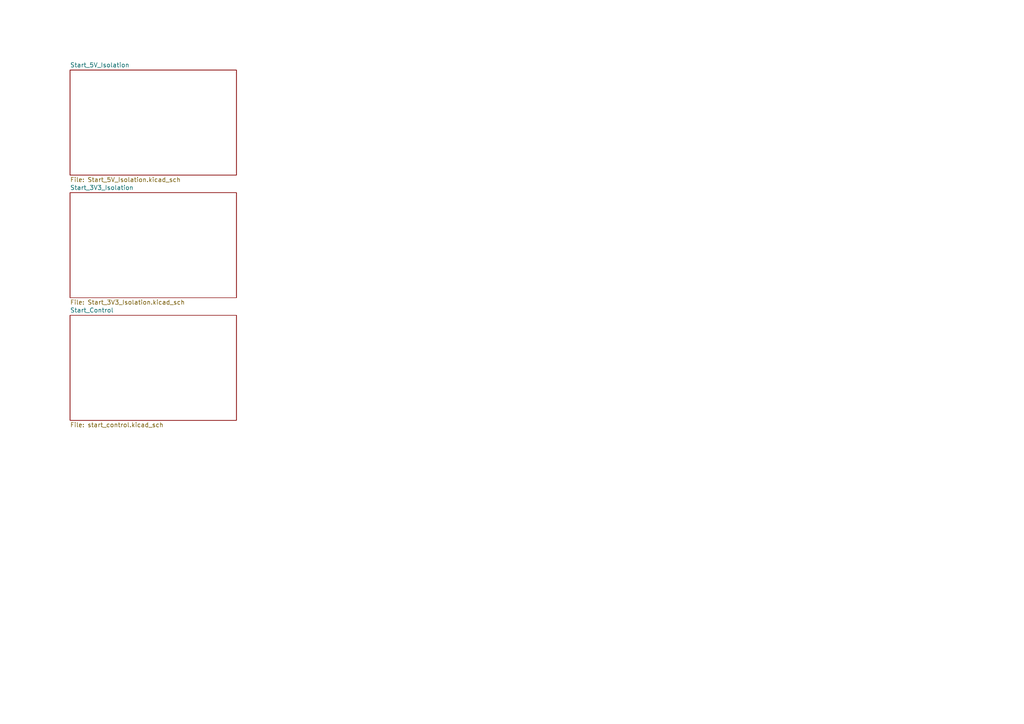
<source format=kicad_sch>
(kicad_sch
	(version 20250114)
	(generator "eeschema")
	(generator_version "9.0")
	(uuid "b33d6979-93a0-4110-9c2c-0d6314502d31")
	(paper "A4")
	(title_block
		(title "LV_Kontrola_Main")
		(rev "1.00A")
		(company "\"Black Hornets\" Formula Student team")
		(comment 1 "Authors: Dusan Novkovic; Nikola Popovic")
		(comment 2 "Subteam: Low Voltage team")
	)
	(lib_symbols)
	(sheet
		(at 20.32 55.88)
		(size 48.26 30.48)
		(exclude_from_sim no)
		(in_bom yes)
		(on_board yes)
		(dnp no)
		(fields_autoplaced yes)
		(stroke
			(width 0.1524)
			(type solid)
		)
		(fill
			(color 0 0 0 0.0000)
		)
		(uuid "557ae6c3-7423-4f85-886c-7b77a48cf289")
		(property "Sheetname" "Start_3V3_Isolation"
			(at 20.32 55.1684 0)
			(effects
				(font
					(size 1.27 1.27)
				)
				(justify left bottom)
			)
		)
		(property "Sheetfile" "Start_3V3_Isolation.kicad_sch"
			(at 20.32 86.9446 0)
			(effects
				(font
					(size 1.27 1.27)
				)
				(justify left top)
			)
		)
		(property "Field2" ""
			(at 20.32 55.88 0)
			(effects
				(font
					(size 1.27 1.27)
				)
			)
		)
		(instances
			(project "LV_Kontrola_Main"
				(path "/b33d6979-93a0-4110-9c2c-0d6314502d31"
					(page "3")
				)
			)
		)
	)
	(sheet
		(at 20.32 91.44)
		(size 48.26 30.48)
		(exclude_from_sim no)
		(in_bom yes)
		(on_board yes)
		(dnp no)
		(fields_autoplaced yes)
		(stroke
			(width 0.1524)
			(type solid)
		)
		(fill
			(color 0 0 0 0.0000)
		)
		(uuid "7107e474-0151-4e04-9fda-c282389ff903")
		(property "Sheetname" "Start_Control"
			(at 20.32 90.7284 0)
			(effects
				(font
					(size 1.27 1.27)
				)
				(justify left bottom)
			)
		)
		(property "Sheetfile" "start_control.kicad_sch"
			(at 20.32 122.5046 0)
			(effects
				(font
					(size 1.27 1.27)
				)
				(justify left top)
			)
		)
		(instances
			(project "LV_Kontrola_Main"
				(path "/b33d6979-93a0-4110-9c2c-0d6314502d31"
					(page "4")
				)
			)
		)
	)
	(sheet
		(at 20.32 20.32)
		(size 48.26 30.48)
		(exclude_from_sim no)
		(in_bom yes)
		(on_board yes)
		(dnp no)
		(fields_autoplaced yes)
		(stroke
			(width 0.1524)
			(type solid)
		)
		(fill
			(color 0 0 0 0.0000)
		)
		(uuid "98ba3c9d-843e-4e5b-9025-f82bb4bd4193")
		(property "Sheetname" "Start_5V_Isolation"
			(at 20.32 19.6084 0)
			(effects
				(font
					(size 1.27 1.27)
				)
				(justify left bottom)
			)
		)
		(property "Sheetfile" "Start_5V_Isolation.kicad_sch"
			(at 20.32 51.3846 0)
			(effects
				(font
					(size 1.27 1.27)
				)
				(justify left top)
			)
		)
		(property "Field2" ""
			(at 20.32 20.32 0)
			(effects
				(font
					(size 1.27 1.27)
				)
			)
		)
		(instances
			(project "LV_Kontrola_Main"
				(path "/b33d6979-93a0-4110-9c2c-0d6314502d31"
					(page "2")
				)
			)
		)
	)
	(sheet_instances
		(path "/"
			(page "1")
		)
	)
	(embedded_fonts no)
)

</source>
